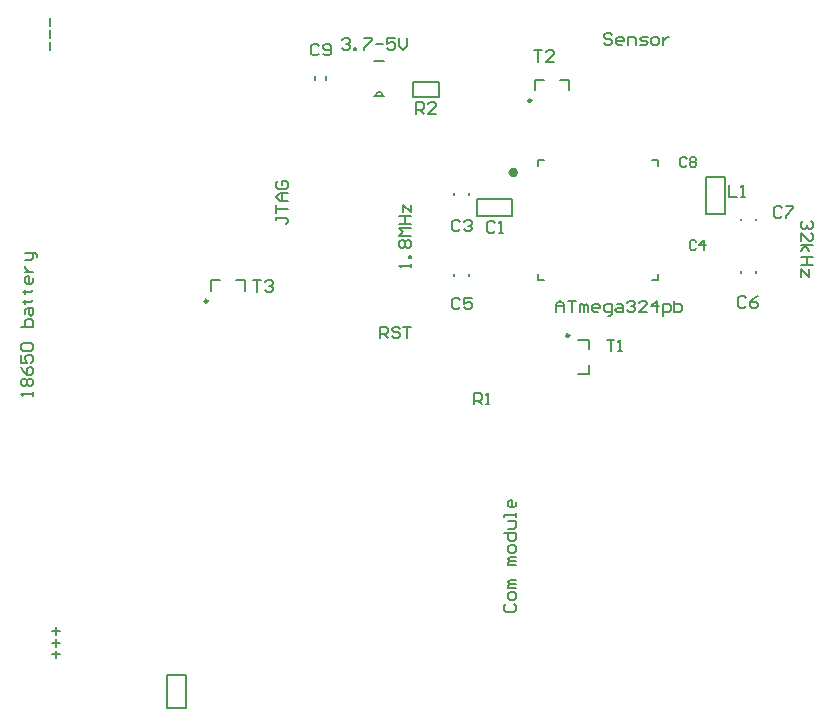
<source format=gto>
G04*
G04 #@! TF.GenerationSoftware,Altium Limited,Altium Designer,19.1.5 (86)*
G04*
G04 Layer_Color=65535*
%FSLAX25Y25*%
%MOIN*%
G70*
G01*
G75*
%ADD10C,0.00984*%
%ADD11C,0.00600*%
%ADD12C,0.01575*%
%ADD13C,0.00602*%
%ADD14C,0.00787*%
%ADD15C,0.00500*%
%ADD16C,0.00630*%
%ADD17C,0.00669*%
D10*
X249291Y339764D02*
G03*
X249291Y339764I-492J0D01*
G01*
X357189Y406571D02*
G03*
X357189Y406571I-492J0D01*
G01*
X369760Y328339D02*
G03*
X369760Y328339I-492J0D01*
G01*
D11*
X307700Y408300D02*
G03*
X305300Y408300I-1200J0D01*
G01*
X304900Y419700D02*
X308100D01*
X304900Y408300D02*
X305300D01*
X307700D01*
X308100D01*
D12*
X351961Y382638D02*
G03*
X351961Y382638I-787J0D01*
G01*
D13*
X235906Y204213D02*
Y215079D01*
Y204213D02*
X242008D01*
Y215079D01*
X235906D02*
X242008D01*
X326417Y407657D02*
Y412776D01*
X317717Y407657D02*
X326417D01*
X317717D02*
Y412776D01*
X326417D01*
X415350Y381102D02*
X421650D01*
Y368898D02*
Y381102D01*
X415350Y368898D02*
X421650D01*
X415350D02*
Y381102D01*
X339126Y368165D02*
Y373835D01*
Y368165D02*
X350780D01*
X339126Y373835D02*
X350780D01*
Y368165D02*
Y373835D01*
D14*
X258760Y346752D02*
X261811D01*
Y343209D02*
Y346752D01*
X250394D02*
X253445D01*
X250394Y343209D02*
Y346752D01*
X366657Y413559D02*
X369709D01*
Y410016D02*
Y413559D01*
X358291D02*
X361343D01*
X358291Y410016D02*
Y413559D01*
X376256Y315327D02*
Y318378D01*
X372713Y315327D02*
X376256D01*
Y323693D02*
Y326744D01*
X372713D02*
X376256D01*
X331539Y348303D02*
Y348697D01*
X336461Y348303D02*
Y348697D01*
X336461Y375303D02*
Y375697D01*
X331539Y375303D02*
Y375697D01*
X431961Y349303D02*
Y349697D01*
X427039Y349303D02*
Y349697D01*
X427039Y366846D02*
Y367240D01*
X431961Y366846D02*
Y367240D01*
D15*
X288772Y413563D02*
Y414744D01*
X285228Y413563D02*
Y414744D01*
X399244Y384850D02*
Y386732D01*
X397362D02*
X399244D01*
X397362Y346969D02*
X399244D01*
Y348850D01*
X359480Y386732D02*
X361362D01*
X359480Y384850D02*
Y386732D01*
Y346969D02*
Y348850D01*
Y346969D02*
X361362D01*
D16*
X306693Y327362D02*
Y331298D01*
X308661D01*
X309317Y330642D01*
Y329330D01*
X308661Y328674D01*
X306693D01*
X308005D02*
X309317Y327362D01*
X313252Y330642D02*
X312597Y331298D01*
X311285D01*
X310629Y330642D01*
Y329986D01*
X311285Y329330D01*
X312597D01*
X313252Y328674D01*
Y328018D01*
X312597Y327362D01*
X311285D01*
X310629Y328018D01*
X314564Y331298D02*
X317188D01*
X315876D01*
Y327362D01*
X264567Y346652D02*
X267191D01*
X265879D01*
Y342717D01*
X268503Y345996D02*
X269159Y346652D01*
X270470D01*
X271127Y345996D01*
Y345340D01*
X270470Y344684D01*
X269815D01*
X270470D01*
X271127Y344028D01*
Y343373D01*
X270470Y342717D01*
X269159D01*
X268503Y343373D01*
X294094Y426902D02*
X294750Y427558D01*
X296062D01*
X296718Y426902D01*
Y426246D01*
X296062Y425590D01*
X295406D01*
X296062D01*
X296718Y424934D01*
Y424278D01*
X296062Y423622D01*
X294750D01*
X294094Y424278D01*
X298030Y423622D02*
Y424278D01*
X298686D01*
Y423622D01*
X298030D01*
X301310Y427558D02*
X303934D01*
Y426902D01*
X301310Y424278D01*
Y423622D01*
X305246Y425590D02*
X307870D01*
X311805Y427558D02*
X309181D01*
Y425590D01*
X310493Y426246D01*
X311149D01*
X311805Y425590D01*
Y424278D01*
X311149Y423622D01*
X309837D01*
X309181Y424278D01*
X313117Y427558D02*
Y424934D01*
X314429Y423622D01*
X315741Y424934D01*
Y427558D01*
X190945Y308071D02*
Y309383D01*
Y308727D01*
X187009D01*
X187665Y308071D01*
Y311351D02*
X187009Y312007D01*
Y313318D01*
X187665Y313974D01*
X188321D01*
X188977Y313318D01*
X189633Y313974D01*
X190289D01*
X190945Y313318D01*
Y312007D01*
X190289Y311351D01*
X189633D01*
X188977Y312007D01*
X188321Y311351D01*
X187665D01*
X188977Y312007D02*
Y313318D01*
X187009Y317910D02*
X187665Y316598D01*
X188977Y315286D01*
X190289D01*
X190945Y315942D01*
Y317254D01*
X190289Y317910D01*
X189633D01*
X188977Y317254D01*
Y315286D01*
X187009Y321846D02*
Y319222D01*
X188977D01*
X188321Y320534D01*
Y321190D01*
X188977Y321846D01*
X190289D01*
X190945Y321190D01*
Y319878D01*
X190289Y319222D01*
X187665Y323158D02*
X187009Y323814D01*
Y325126D01*
X187665Y325782D01*
X190289D01*
X190945Y325126D01*
Y323814D01*
X190289Y323158D01*
X187665D01*
X187009Y331029D02*
X190945D01*
Y332997D01*
X190289Y333653D01*
X189633D01*
X188977D01*
X188321Y332997D01*
Y331029D01*
Y335621D02*
Y336933D01*
X188977Y337589D01*
X190945D01*
Y335621D01*
X190289Y334965D01*
X189633Y335621D01*
Y337589D01*
X187665Y339557D02*
X188321D01*
Y338901D01*
Y340213D01*
Y339557D01*
X190289D01*
X190945Y340213D01*
X187665Y342837D02*
X188321D01*
Y342181D01*
Y343493D01*
Y342837D01*
X190289D01*
X190945Y343493D01*
Y347428D02*
Y346116D01*
X190289Y345460D01*
X188977D01*
X188321Y346116D01*
Y347428D01*
X188977Y348084D01*
X189633D01*
Y345460D01*
X188321Y349396D02*
X190945D01*
X189633D01*
X188977Y350052D01*
X188321Y350708D01*
Y351364D01*
Y353332D02*
X190289D01*
X190945Y353988D01*
Y355956D01*
X191601D01*
X192257Y355300D01*
Y354644D01*
X190945Y355956D02*
X188321D01*
X384120Y428477D02*
X383464Y429133D01*
X382152D01*
X381496Y428477D01*
Y427821D01*
X382152Y427165D01*
X383464D01*
X384120Y426509D01*
Y425853D01*
X383464Y425197D01*
X382152D01*
X381496Y425853D01*
X387400Y425197D02*
X386088D01*
X385432Y425853D01*
Y427165D01*
X386088Y427821D01*
X387400D01*
X388056Y427165D01*
Y426509D01*
X385432D01*
X389368Y425197D02*
Y427821D01*
X391335D01*
X391991Y427165D01*
Y425197D01*
X393303D02*
X395271D01*
X395927Y425853D01*
X395271Y426509D01*
X393959D01*
X393303Y427165D01*
X393959Y427821D01*
X395927D01*
X397895Y425197D02*
X399207D01*
X399863Y425853D01*
Y427165D01*
X399207Y427821D01*
X397895D01*
X397239Y427165D01*
Y425853D01*
X397895Y425197D01*
X401175Y427821D02*
Y425197D01*
Y426509D01*
X401831Y427165D01*
X402487Y427821D01*
X403143D01*
X316929Y350984D02*
Y352296D01*
Y351640D01*
X312993D01*
X313649Y350984D01*
X316929Y354264D02*
X316273D01*
Y354920D01*
X316929D01*
Y354264D01*
X313649Y357544D02*
X312993Y358200D01*
Y359512D01*
X313649Y360168D01*
X314305D01*
X314961Y359512D01*
X315617Y360168D01*
X316273D01*
X316929Y359512D01*
Y358200D01*
X316273Y357544D01*
X315617D01*
X314961Y358200D01*
X314305Y357544D01*
X313649D01*
X314961Y358200D02*
Y359512D01*
X316929Y361480D02*
X312993D01*
X314305Y362791D01*
X312993Y364103D01*
X316929D01*
X312993Y365415D02*
X316929D01*
X314961D01*
Y368039D01*
X312993D01*
X316929D01*
X314305Y369351D02*
Y371975D01*
X316929Y369351D01*
Y371975D01*
X450327Y366339D02*
X450983Y365683D01*
Y364371D01*
X450327Y363715D01*
X449671D01*
X449015Y364371D01*
Y365027D01*
Y364371D01*
X448359Y363715D01*
X447703D01*
X447047Y364371D01*
Y365683D01*
X447703Y366339D01*
X447047Y359779D02*
Y362403D01*
X449671Y359779D01*
X450327D01*
X450983Y360435D01*
Y361747D01*
X450327Y362403D01*
X447047Y358467D02*
X450983D01*
X448359D02*
X449671Y356499D01*
X448359Y358467D02*
X447047Y356499D01*
X450983Y354531D02*
X447047D01*
X449015D01*
Y351907D01*
X450983D01*
X447047D01*
X449671Y350596D02*
Y347972D01*
X447047Y350596D01*
Y347972D01*
X348886Y238844D02*
X348230Y238188D01*
Y236876D01*
X348886Y236221D01*
X351509D01*
X352165Y236876D01*
Y238188D01*
X351509Y238844D01*
X352165Y240812D02*
Y242124D01*
X351509Y242780D01*
X350198D01*
X349541Y242124D01*
Y240812D01*
X350198Y240156D01*
X351509D01*
X352165Y240812D01*
Y244092D02*
X349541D01*
Y244748D01*
X350198Y245404D01*
X352165D01*
X350198D01*
X349541Y246060D01*
X350198Y246716D01*
X352165D01*
Y251963D02*
X349541D01*
Y252619D01*
X350198Y253275D01*
X352165D01*
X350198D01*
X349541Y253931D01*
X350198Y254587D01*
X352165D01*
Y256555D02*
Y257867D01*
X351509Y258523D01*
X350198D01*
X349541Y257867D01*
Y256555D01*
X350198Y255899D01*
X351509D01*
X352165Y256555D01*
X348230Y262459D02*
X352165D01*
Y260491D01*
X351509Y259835D01*
X350198D01*
X349541Y260491D01*
Y262459D01*
Y263771D02*
X351509D01*
X352165Y264427D01*
Y266394D01*
X349541D01*
X352165Y267706D02*
Y269018D01*
Y268362D01*
X348230D01*
Y267706D01*
X352165Y272954D02*
Y271642D01*
X351509Y270986D01*
X350198D01*
X349541Y271642D01*
Y272954D01*
X350198Y273610D01*
X350853D01*
Y270986D01*
X365551Y336024D02*
Y338647D01*
X366863Y339959D01*
X368175Y338647D01*
Y336024D01*
Y337991D01*
X365551D01*
X369487Y339959D02*
X372111D01*
X370799D01*
Y336024D01*
X373423D02*
Y338647D01*
X374079D01*
X374735Y337991D01*
Y336024D01*
Y337991D01*
X375391Y338647D01*
X376046Y337991D01*
Y336024D01*
X379326D02*
X378014D01*
X377358Y336680D01*
Y337991D01*
X378014Y338647D01*
X379326D01*
X379982Y337991D01*
Y337335D01*
X377358D01*
X382606Y334712D02*
X383262D01*
X383918Y335368D01*
Y338647D01*
X381950D01*
X381294Y337991D01*
Y336680D01*
X381950Y336024D01*
X383918D01*
X385886Y338647D02*
X387198D01*
X387854Y337991D01*
Y336024D01*
X385886D01*
X385230Y336680D01*
X385886Y337335D01*
X387854D01*
X389166Y339303D02*
X389822Y339959D01*
X391133D01*
X391789Y339303D01*
Y338647D01*
X391133Y337991D01*
X390477D01*
X391133D01*
X391789Y337335D01*
Y336680D01*
X391133Y336024D01*
X389822D01*
X389166Y336680D01*
X395725Y336024D02*
X393101D01*
X395725Y338647D01*
Y339303D01*
X395069Y339959D01*
X393757D01*
X393101Y339303D01*
X399005Y336024D02*
Y339959D01*
X397037Y337991D01*
X399661D01*
X400973Y334712D02*
Y338647D01*
X402941D01*
X403597Y337991D01*
Y336680D01*
X402941Y336024D01*
X400973D01*
X404909Y339959D02*
Y336024D01*
X406877D01*
X407532Y336680D01*
Y337335D01*
Y337991D01*
X406877Y338647D01*
X404909D01*
D17*
X196851Y423622D02*
Y426246D01*
Y427558D02*
Y430182D01*
Y431494D02*
Y434117D01*
X198819Y220669D02*
Y223293D01*
X197508Y221981D02*
X200131D01*
X198819Y224605D02*
Y227229D01*
X197508Y225917D02*
X200131D01*
X198819Y228541D02*
Y231165D01*
X197508Y229853D02*
X200131D01*
X318701Y402165D02*
Y406101D01*
X320669D01*
X321325Y405445D01*
Y404133D01*
X320669Y403477D01*
X318701D01*
X320013D02*
X321325Y402165D01*
X325260D02*
X322637D01*
X325260Y404789D01*
Y405445D01*
X324604Y406101D01*
X323292D01*
X322637Y405445D01*
X272048Y367978D02*
Y366666D01*
Y367322D01*
X275328D01*
X275984Y366666D01*
Y366010D01*
X275328Y365354D01*
X272048Y369290D02*
Y371914D01*
Y370602D01*
X275984D01*
Y373226D02*
X273360D01*
X272048Y374538D01*
X273360Y375850D01*
X275984D01*
X274016D01*
Y373226D01*
X272705Y379785D02*
X272048Y379129D01*
Y377818D01*
X272705Y377162D01*
X275328D01*
X275984Y377818D01*
Y379129D01*
X275328Y379785D01*
X274016D01*
Y378473D01*
X286482Y424933D02*
X285826Y425589D01*
X284514D01*
X283858Y424933D01*
Y422309D01*
X284514Y421654D01*
X285826D01*
X286482Y422309D01*
X287794D02*
X288450Y421654D01*
X289762D01*
X290418Y422309D01*
Y424933D01*
X289762Y425589D01*
X288450D01*
X287794Y424933D01*
Y424277D01*
X288450Y423621D01*
X290418D01*
X423228Y378542D02*
Y374606D01*
X425852D01*
X427164D02*
X428476D01*
X427820D01*
Y378542D01*
X427164Y377886D01*
X412138Y359514D02*
X411614Y360038D01*
X410564D01*
X410039Y359514D01*
Y357415D01*
X410564Y356890D01*
X411614D01*
X412138Y357415D01*
X414762Y356890D02*
Y360038D01*
X413188Y358464D01*
X415287D01*
X358071Y423424D02*
X360695D01*
X359383D01*
Y419488D01*
X364630D02*
X362007D01*
X364630Y422112D01*
Y422768D01*
X363974Y423424D01*
X362663D01*
X362007Y422768D01*
X408989Y387269D02*
X408464Y387794D01*
X407414D01*
X406890Y387269D01*
Y385170D01*
X407414Y384646D01*
X408464D01*
X408989Y385170D01*
X410038Y387269D02*
X410563Y387794D01*
X411613D01*
X412137Y387269D01*
Y386745D01*
X411613Y386220D01*
X412137Y385695D01*
Y385170D01*
X411613Y384646D01*
X410563D01*
X410038Y385170D01*
Y385695D01*
X410563Y386220D01*
X410038Y386745D01*
Y387269D01*
X410563Y386220D02*
X411613D01*
X382283Y326967D02*
X384907D01*
X383595D01*
Y323031D01*
X386219D02*
X387531D01*
X386875D01*
Y326967D01*
X386219Y326311D01*
X337992Y305315D02*
Y309251D01*
X339960D01*
X340616Y308595D01*
Y307283D01*
X339960Y306627D01*
X337992D01*
X339304D02*
X340616Y305315D01*
X341928D02*
X343240D01*
X342584D01*
Y309251D01*
X341928Y308595D01*
X333332Y340288D02*
X332677Y340944D01*
X331365D01*
X330709Y340288D01*
Y337664D01*
X331365Y337008D01*
X332677D01*
X333332Y337664D01*
X337268Y340944D02*
X334644D01*
Y338976D01*
X335956Y339632D01*
X336612D01*
X337268Y338976D01*
Y337664D01*
X336612Y337008D01*
X335300D01*
X334644Y337664D01*
X333332Y366272D02*
X332677Y366928D01*
X331365D01*
X330709Y366272D01*
Y363648D01*
X331365Y362992D01*
X332677D01*
X333332Y363648D01*
X334644Y366272D02*
X335300Y366928D01*
X336612D01*
X337268Y366272D01*
Y365616D01*
X336612Y364960D01*
X335956D01*
X336612D01*
X337268Y364304D01*
Y363648D01*
X336612Y362992D01*
X335300D01*
X334644Y363648D01*
X440616Y370799D02*
X439960Y371455D01*
X438648D01*
X437992Y370799D01*
Y368176D01*
X438648Y367520D01*
X439960D01*
X440616Y368176D01*
X441928Y371455D02*
X444552D01*
Y370799D01*
X441928Y368176D01*
Y367520D01*
X428805Y340681D02*
X428149Y341337D01*
X426837D01*
X426181Y340681D01*
Y338057D01*
X426837Y337402D01*
X428149D01*
X428805Y338057D01*
X432741Y341337D02*
X431429Y340681D01*
X430117Y339369D01*
Y338057D01*
X430773Y337402D01*
X432085D01*
X432741Y338057D01*
Y338714D01*
X432085Y339369D01*
X430117D01*
X345144Y365681D02*
X344488Y366337D01*
X343176D01*
X342520Y365681D01*
Y363057D01*
X343176Y362402D01*
X344488D01*
X345144Y363057D01*
X346455Y362402D02*
X347767D01*
X347111D01*
Y366337D01*
X346455Y365681D01*
M02*

</source>
